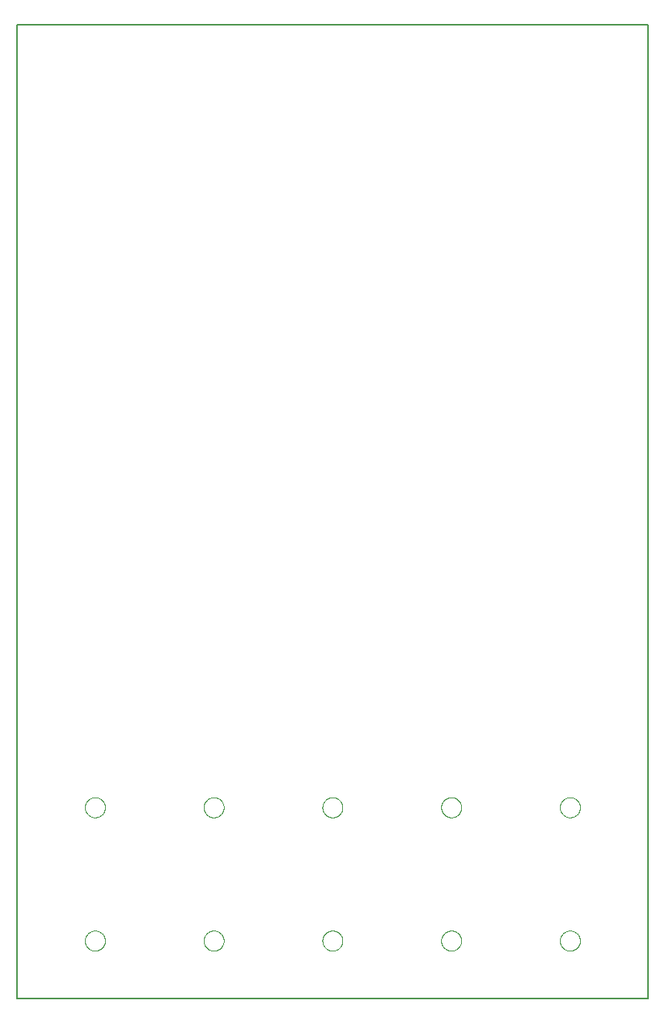
<source format=gbp>
G75*
%MOIN*%
%OFA0B0*%
%FSLAX25Y25*%
%IPPOS*%
%LPD*%
%AMOC8*
5,1,8,0,0,1.08239X$1,22.5*
%
%ADD10C,0.00800*%
%ADD11C,0.00000*%
D10*
X0001400Y0001400D02*
X0001400Y0421400D01*
X0273900Y0421400D01*
X0273900Y0001400D01*
X0001400Y0001400D01*
D11*
X0030819Y0026400D02*
X0030821Y0026531D01*
X0030827Y0026663D01*
X0030837Y0026794D01*
X0030851Y0026925D01*
X0030869Y0027055D01*
X0030891Y0027184D01*
X0030916Y0027313D01*
X0030946Y0027441D01*
X0030980Y0027568D01*
X0031017Y0027695D01*
X0031058Y0027819D01*
X0031103Y0027943D01*
X0031152Y0028065D01*
X0031204Y0028186D01*
X0031260Y0028304D01*
X0031320Y0028422D01*
X0031383Y0028537D01*
X0031450Y0028650D01*
X0031520Y0028762D01*
X0031593Y0028871D01*
X0031669Y0028977D01*
X0031749Y0029082D01*
X0031832Y0029184D01*
X0031918Y0029283D01*
X0032007Y0029380D01*
X0032099Y0029474D01*
X0032194Y0029565D01*
X0032291Y0029654D01*
X0032391Y0029739D01*
X0032494Y0029821D01*
X0032599Y0029900D01*
X0032706Y0029976D01*
X0032816Y0030048D01*
X0032928Y0030117D01*
X0033042Y0030183D01*
X0033157Y0030245D01*
X0033275Y0030304D01*
X0033394Y0030359D01*
X0033515Y0030411D01*
X0033638Y0030458D01*
X0033762Y0030502D01*
X0033887Y0030543D01*
X0034013Y0030579D01*
X0034141Y0030612D01*
X0034269Y0030640D01*
X0034398Y0030665D01*
X0034528Y0030686D01*
X0034658Y0030703D01*
X0034789Y0030716D01*
X0034920Y0030725D01*
X0035051Y0030730D01*
X0035183Y0030731D01*
X0035314Y0030728D01*
X0035446Y0030721D01*
X0035577Y0030710D01*
X0035707Y0030695D01*
X0035837Y0030676D01*
X0035967Y0030653D01*
X0036095Y0030627D01*
X0036223Y0030596D01*
X0036350Y0030561D01*
X0036476Y0030523D01*
X0036600Y0030481D01*
X0036724Y0030435D01*
X0036845Y0030385D01*
X0036965Y0030332D01*
X0037084Y0030275D01*
X0037201Y0030215D01*
X0037315Y0030151D01*
X0037428Y0030083D01*
X0037539Y0030012D01*
X0037648Y0029938D01*
X0037754Y0029861D01*
X0037858Y0029780D01*
X0037959Y0029697D01*
X0038058Y0029610D01*
X0038154Y0029520D01*
X0038247Y0029427D01*
X0038338Y0029332D01*
X0038425Y0029234D01*
X0038510Y0029133D01*
X0038591Y0029030D01*
X0038669Y0028924D01*
X0038744Y0028816D01*
X0038816Y0028706D01*
X0038884Y0028594D01*
X0038949Y0028480D01*
X0039010Y0028363D01*
X0039068Y0028245D01*
X0039122Y0028125D01*
X0039173Y0028004D01*
X0039220Y0027881D01*
X0039263Y0027757D01*
X0039302Y0027632D01*
X0039338Y0027505D01*
X0039369Y0027377D01*
X0039397Y0027249D01*
X0039421Y0027120D01*
X0039441Y0026990D01*
X0039457Y0026859D01*
X0039469Y0026728D01*
X0039477Y0026597D01*
X0039481Y0026466D01*
X0039481Y0026334D01*
X0039477Y0026203D01*
X0039469Y0026072D01*
X0039457Y0025941D01*
X0039441Y0025810D01*
X0039421Y0025680D01*
X0039397Y0025551D01*
X0039369Y0025423D01*
X0039338Y0025295D01*
X0039302Y0025168D01*
X0039263Y0025043D01*
X0039220Y0024919D01*
X0039173Y0024796D01*
X0039122Y0024675D01*
X0039068Y0024555D01*
X0039010Y0024437D01*
X0038949Y0024320D01*
X0038884Y0024206D01*
X0038816Y0024094D01*
X0038744Y0023984D01*
X0038669Y0023876D01*
X0038591Y0023770D01*
X0038510Y0023667D01*
X0038425Y0023566D01*
X0038338Y0023468D01*
X0038247Y0023373D01*
X0038154Y0023280D01*
X0038058Y0023190D01*
X0037959Y0023103D01*
X0037858Y0023020D01*
X0037754Y0022939D01*
X0037648Y0022862D01*
X0037539Y0022788D01*
X0037428Y0022717D01*
X0037316Y0022649D01*
X0037201Y0022585D01*
X0037084Y0022525D01*
X0036965Y0022468D01*
X0036845Y0022415D01*
X0036724Y0022365D01*
X0036600Y0022319D01*
X0036476Y0022277D01*
X0036350Y0022239D01*
X0036223Y0022204D01*
X0036095Y0022173D01*
X0035967Y0022147D01*
X0035837Y0022124D01*
X0035707Y0022105D01*
X0035577Y0022090D01*
X0035446Y0022079D01*
X0035314Y0022072D01*
X0035183Y0022069D01*
X0035051Y0022070D01*
X0034920Y0022075D01*
X0034789Y0022084D01*
X0034658Y0022097D01*
X0034528Y0022114D01*
X0034398Y0022135D01*
X0034269Y0022160D01*
X0034141Y0022188D01*
X0034013Y0022221D01*
X0033887Y0022257D01*
X0033762Y0022298D01*
X0033638Y0022342D01*
X0033515Y0022389D01*
X0033394Y0022441D01*
X0033275Y0022496D01*
X0033157Y0022555D01*
X0033042Y0022617D01*
X0032928Y0022683D01*
X0032816Y0022752D01*
X0032706Y0022824D01*
X0032599Y0022900D01*
X0032494Y0022979D01*
X0032391Y0023061D01*
X0032291Y0023146D01*
X0032194Y0023235D01*
X0032099Y0023326D01*
X0032007Y0023420D01*
X0031918Y0023517D01*
X0031832Y0023616D01*
X0031749Y0023718D01*
X0031669Y0023823D01*
X0031593Y0023929D01*
X0031520Y0024038D01*
X0031450Y0024150D01*
X0031383Y0024263D01*
X0031320Y0024378D01*
X0031260Y0024496D01*
X0031204Y0024614D01*
X0031152Y0024735D01*
X0031103Y0024857D01*
X0031058Y0024981D01*
X0031017Y0025105D01*
X0030980Y0025232D01*
X0030946Y0025359D01*
X0030916Y0025487D01*
X0030891Y0025616D01*
X0030869Y0025745D01*
X0030851Y0025875D01*
X0030837Y0026006D01*
X0030827Y0026137D01*
X0030821Y0026269D01*
X0030819Y0026400D01*
X0030819Y0083900D02*
X0030821Y0084031D01*
X0030827Y0084163D01*
X0030837Y0084294D01*
X0030851Y0084425D01*
X0030869Y0084555D01*
X0030891Y0084684D01*
X0030916Y0084813D01*
X0030946Y0084941D01*
X0030980Y0085068D01*
X0031017Y0085195D01*
X0031058Y0085319D01*
X0031103Y0085443D01*
X0031152Y0085565D01*
X0031204Y0085686D01*
X0031260Y0085804D01*
X0031320Y0085922D01*
X0031383Y0086037D01*
X0031450Y0086150D01*
X0031520Y0086262D01*
X0031593Y0086371D01*
X0031669Y0086477D01*
X0031749Y0086582D01*
X0031832Y0086684D01*
X0031918Y0086783D01*
X0032007Y0086880D01*
X0032099Y0086974D01*
X0032194Y0087065D01*
X0032291Y0087154D01*
X0032391Y0087239D01*
X0032494Y0087321D01*
X0032599Y0087400D01*
X0032706Y0087476D01*
X0032816Y0087548D01*
X0032928Y0087617D01*
X0033042Y0087683D01*
X0033157Y0087745D01*
X0033275Y0087804D01*
X0033394Y0087859D01*
X0033515Y0087911D01*
X0033638Y0087958D01*
X0033762Y0088002D01*
X0033887Y0088043D01*
X0034013Y0088079D01*
X0034141Y0088112D01*
X0034269Y0088140D01*
X0034398Y0088165D01*
X0034528Y0088186D01*
X0034658Y0088203D01*
X0034789Y0088216D01*
X0034920Y0088225D01*
X0035051Y0088230D01*
X0035183Y0088231D01*
X0035314Y0088228D01*
X0035446Y0088221D01*
X0035577Y0088210D01*
X0035707Y0088195D01*
X0035837Y0088176D01*
X0035967Y0088153D01*
X0036095Y0088127D01*
X0036223Y0088096D01*
X0036350Y0088061D01*
X0036476Y0088023D01*
X0036600Y0087981D01*
X0036724Y0087935D01*
X0036845Y0087885D01*
X0036965Y0087832D01*
X0037084Y0087775D01*
X0037201Y0087715D01*
X0037315Y0087651D01*
X0037428Y0087583D01*
X0037539Y0087512D01*
X0037648Y0087438D01*
X0037754Y0087361D01*
X0037858Y0087280D01*
X0037959Y0087197D01*
X0038058Y0087110D01*
X0038154Y0087020D01*
X0038247Y0086927D01*
X0038338Y0086832D01*
X0038425Y0086734D01*
X0038510Y0086633D01*
X0038591Y0086530D01*
X0038669Y0086424D01*
X0038744Y0086316D01*
X0038816Y0086206D01*
X0038884Y0086094D01*
X0038949Y0085980D01*
X0039010Y0085863D01*
X0039068Y0085745D01*
X0039122Y0085625D01*
X0039173Y0085504D01*
X0039220Y0085381D01*
X0039263Y0085257D01*
X0039302Y0085132D01*
X0039338Y0085005D01*
X0039369Y0084877D01*
X0039397Y0084749D01*
X0039421Y0084620D01*
X0039441Y0084490D01*
X0039457Y0084359D01*
X0039469Y0084228D01*
X0039477Y0084097D01*
X0039481Y0083966D01*
X0039481Y0083834D01*
X0039477Y0083703D01*
X0039469Y0083572D01*
X0039457Y0083441D01*
X0039441Y0083310D01*
X0039421Y0083180D01*
X0039397Y0083051D01*
X0039369Y0082923D01*
X0039338Y0082795D01*
X0039302Y0082668D01*
X0039263Y0082543D01*
X0039220Y0082419D01*
X0039173Y0082296D01*
X0039122Y0082175D01*
X0039068Y0082055D01*
X0039010Y0081937D01*
X0038949Y0081820D01*
X0038884Y0081706D01*
X0038816Y0081594D01*
X0038744Y0081484D01*
X0038669Y0081376D01*
X0038591Y0081270D01*
X0038510Y0081167D01*
X0038425Y0081066D01*
X0038338Y0080968D01*
X0038247Y0080873D01*
X0038154Y0080780D01*
X0038058Y0080690D01*
X0037959Y0080603D01*
X0037858Y0080520D01*
X0037754Y0080439D01*
X0037648Y0080362D01*
X0037539Y0080288D01*
X0037428Y0080217D01*
X0037316Y0080149D01*
X0037201Y0080085D01*
X0037084Y0080025D01*
X0036965Y0079968D01*
X0036845Y0079915D01*
X0036724Y0079865D01*
X0036600Y0079819D01*
X0036476Y0079777D01*
X0036350Y0079739D01*
X0036223Y0079704D01*
X0036095Y0079673D01*
X0035967Y0079647D01*
X0035837Y0079624D01*
X0035707Y0079605D01*
X0035577Y0079590D01*
X0035446Y0079579D01*
X0035314Y0079572D01*
X0035183Y0079569D01*
X0035051Y0079570D01*
X0034920Y0079575D01*
X0034789Y0079584D01*
X0034658Y0079597D01*
X0034528Y0079614D01*
X0034398Y0079635D01*
X0034269Y0079660D01*
X0034141Y0079688D01*
X0034013Y0079721D01*
X0033887Y0079757D01*
X0033762Y0079798D01*
X0033638Y0079842D01*
X0033515Y0079889D01*
X0033394Y0079941D01*
X0033275Y0079996D01*
X0033157Y0080055D01*
X0033042Y0080117D01*
X0032928Y0080183D01*
X0032816Y0080252D01*
X0032706Y0080324D01*
X0032599Y0080400D01*
X0032494Y0080479D01*
X0032391Y0080561D01*
X0032291Y0080646D01*
X0032194Y0080735D01*
X0032099Y0080826D01*
X0032007Y0080920D01*
X0031918Y0081017D01*
X0031832Y0081116D01*
X0031749Y0081218D01*
X0031669Y0081323D01*
X0031593Y0081429D01*
X0031520Y0081538D01*
X0031450Y0081650D01*
X0031383Y0081763D01*
X0031320Y0081878D01*
X0031260Y0081996D01*
X0031204Y0082114D01*
X0031152Y0082235D01*
X0031103Y0082357D01*
X0031058Y0082481D01*
X0031017Y0082605D01*
X0030980Y0082732D01*
X0030946Y0082859D01*
X0030916Y0082987D01*
X0030891Y0083116D01*
X0030869Y0083245D01*
X0030851Y0083375D01*
X0030837Y0083506D01*
X0030827Y0083637D01*
X0030821Y0083769D01*
X0030819Y0083900D01*
X0082069Y0083900D02*
X0082071Y0084031D01*
X0082077Y0084163D01*
X0082087Y0084294D01*
X0082101Y0084425D01*
X0082119Y0084555D01*
X0082141Y0084684D01*
X0082166Y0084813D01*
X0082196Y0084941D01*
X0082230Y0085068D01*
X0082267Y0085195D01*
X0082308Y0085319D01*
X0082353Y0085443D01*
X0082402Y0085565D01*
X0082454Y0085686D01*
X0082510Y0085804D01*
X0082570Y0085922D01*
X0082633Y0086037D01*
X0082700Y0086150D01*
X0082770Y0086262D01*
X0082843Y0086371D01*
X0082919Y0086477D01*
X0082999Y0086582D01*
X0083082Y0086684D01*
X0083168Y0086783D01*
X0083257Y0086880D01*
X0083349Y0086974D01*
X0083444Y0087065D01*
X0083541Y0087154D01*
X0083641Y0087239D01*
X0083744Y0087321D01*
X0083849Y0087400D01*
X0083956Y0087476D01*
X0084066Y0087548D01*
X0084178Y0087617D01*
X0084292Y0087683D01*
X0084407Y0087745D01*
X0084525Y0087804D01*
X0084644Y0087859D01*
X0084765Y0087911D01*
X0084888Y0087958D01*
X0085012Y0088002D01*
X0085137Y0088043D01*
X0085263Y0088079D01*
X0085391Y0088112D01*
X0085519Y0088140D01*
X0085648Y0088165D01*
X0085778Y0088186D01*
X0085908Y0088203D01*
X0086039Y0088216D01*
X0086170Y0088225D01*
X0086301Y0088230D01*
X0086433Y0088231D01*
X0086564Y0088228D01*
X0086696Y0088221D01*
X0086827Y0088210D01*
X0086957Y0088195D01*
X0087087Y0088176D01*
X0087217Y0088153D01*
X0087345Y0088127D01*
X0087473Y0088096D01*
X0087600Y0088061D01*
X0087726Y0088023D01*
X0087850Y0087981D01*
X0087974Y0087935D01*
X0088095Y0087885D01*
X0088215Y0087832D01*
X0088334Y0087775D01*
X0088451Y0087715D01*
X0088565Y0087651D01*
X0088678Y0087583D01*
X0088789Y0087512D01*
X0088898Y0087438D01*
X0089004Y0087361D01*
X0089108Y0087280D01*
X0089209Y0087197D01*
X0089308Y0087110D01*
X0089404Y0087020D01*
X0089497Y0086927D01*
X0089588Y0086832D01*
X0089675Y0086734D01*
X0089760Y0086633D01*
X0089841Y0086530D01*
X0089919Y0086424D01*
X0089994Y0086316D01*
X0090066Y0086206D01*
X0090134Y0086094D01*
X0090199Y0085980D01*
X0090260Y0085863D01*
X0090318Y0085745D01*
X0090372Y0085625D01*
X0090423Y0085504D01*
X0090470Y0085381D01*
X0090513Y0085257D01*
X0090552Y0085132D01*
X0090588Y0085005D01*
X0090619Y0084877D01*
X0090647Y0084749D01*
X0090671Y0084620D01*
X0090691Y0084490D01*
X0090707Y0084359D01*
X0090719Y0084228D01*
X0090727Y0084097D01*
X0090731Y0083966D01*
X0090731Y0083834D01*
X0090727Y0083703D01*
X0090719Y0083572D01*
X0090707Y0083441D01*
X0090691Y0083310D01*
X0090671Y0083180D01*
X0090647Y0083051D01*
X0090619Y0082923D01*
X0090588Y0082795D01*
X0090552Y0082668D01*
X0090513Y0082543D01*
X0090470Y0082419D01*
X0090423Y0082296D01*
X0090372Y0082175D01*
X0090318Y0082055D01*
X0090260Y0081937D01*
X0090199Y0081820D01*
X0090134Y0081706D01*
X0090066Y0081594D01*
X0089994Y0081484D01*
X0089919Y0081376D01*
X0089841Y0081270D01*
X0089760Y0081167D01*
X0089675Y0081066D01*
X0089588Y0080968D01*
X0089497Y0080873D01*
X0089404Y0080780D01*
X0089308Y0080690D01*
X0089209Y0080603D01*
X0089108Y0080520D01*
X0089004Y0080439D01*
X0088898Y0080362D01*
X0088789Y0080288D01*
X0088678Y0080217D01*
X0088566Y0080149D01*
X0088451Y0080085D01*
X0088334Y0080025D01*
X0088215Y0079968D01*
X0088095Y0079915D01*
X0087974Y0079865D01*
X0087850Y0079819D01*
X0087726Y0079777D01*
X0087600Y0079739D01*
X0087473Y0079704D01*
X0087345Y0079673D01*
X0087217Y0079647D01*
X0087087Y0079624D01*
X0086957Y0079605D01*
X0086827Y0079590D01*
X0086696Y0079579D01*
X0086564Y0079572D01*
X0086433Y0079569D01*
X0086301Y0079570D01*
X0086170Y0079575D01*
X0086039Y0079584D01*
X0085908Y0079597D01*
X0085778Y0079614D01*
X0085648Y0079635D01*
X0085519Y0079660D01*
X0085391Y0079688D01*
X0085263Y0079721D01*
X0085137Y0079757D01*
X0085012Y0079798D01*
X0084888Y0079842D01*
X0084765Y0079889D01*
X0084644Y0079941D01*
X0084525Y0079996D01*
X0084407Y0080055D01*
X0084292Y0080117D01*
X0084178Y0080183D01*
X0084066Y0080252D01*
X0083956Y0080324D01*
X0083849Y0080400D01*
X0083744Y0080479D01*
X0083641Y0080561D01*
X0083541Y0080646D01*
X0083444Y0080735D01*
X0083349Y0080826D01*
X0083257Y0080920D01*
X0083168Y0081017D01*
X0083082Y0081116D01*
X0082999Y0081218D01*
X0082919Y0081323D01*
X0082843Y0081429D01*
X0082770Y0081538D01*
X0082700Y0081650D01*
X0082633Y0081763D01*
X0082570Y0081878D01*
X0082510Y0081996D01*
X0082454Y0082114D01*
X0082402Y0082235D01*
X0082353Y0082357D01*
X0082308Y0082481D01*
X0082267Y0082605D01*
X0082230Y0082732D01*
X0082196Y0082859D01*
X0082166Y0082987D01*
X0082141Y0083116D01*
X0082119Y0083245D01*
X0082101Y0083375D01*
X0082087Y0083506D01*
X0082077Y0083637D01*
X0082071Y0083769D01*
X0082069Y0083900D01*
X0082069Y0026400D02*
X0082071Y0026531D01*
X0082077Y0026663D01*
X0082087Y0026794D01*
X0082101Y0026925D01*
X0082119Y0027055D01*
X0082141Y0027184D01*
X0082166Y0027313D01*
X0082196Y0027441D01*
X0082230Y0027568D01*
X0082267Y0027695D01*
X0082308Y0027819D01*
X0082353Y0027943D01*
X0082402Y0028065D01*
X0082454Y0028186D01*
X0082510Y0028304D01*
X0082570Y0028422D01*
X0082633Y0028537D01*
X0082700Y0028650D01*
X0082770Y0028762D01*
X0082843Y0028871D01*
X0082919Y0028977D01*
X0082999Y0029082D01*
X0083082Y0029184D01*
X0083168Y0029283D01*
X0083257Y0029380D01*
X0083349Y0029474D01*
X0083444Y0029565D01*
X0083541Y0029654D01*
X0083641Y0029739D01*
X0083744Y0029821D01*
X0083849Y0029900D01*
X0083956Y0029976D01*
X0084066Y0030048D01*
X0084178Y0030117D01*
X0084292Y0030183D01*
X0084407Y0030245D01*
X0084525Y0030304D01*
X0084644Y0030359D01*
X0084765Y0030411D01*
X0084888Y0030458D01*
X0085012Y0030502D01*
X0085137Y0030543D01*
X0085263Y0030579D01*
X0085391Y0030612D01*
X0085519Y0030640D01*
X0085648Y0030665D01*
X0085778Y0030686D01*
X0085908Y0030703D01*
X0086039Y0030716D01*
X0086170Y0030725D01*
X0086301Y0030730D01*
X0086433Y0030731D01*
X0086564Y0030728D01*
X0086696Y0030721D01*
X0086827Y0030710D01*
X0086957Y0030695D01*
X0087087Y0030676D01*
X0087217Y0030653D01*
X0087345Y0030627D01*
X0087473Y0030596D01*
X0087600Y0030561D01*
X0087726Y0030523D01*
X0087850Y0030481D01*
X0087974Y0030435D01*
X0088095Y0030385D01*
X0088215Y0030332D01*
X0088334Y0030275D01*
X0088451Y0030215D01*
X0088565Y0030151D01*
X0088678Y0030083D01*
X0088789Y0030012D01*
X0088898Y0029938D01*
X0089004Y0029861D01*
X0089108Y0029780D01*
X0089209Y0029697D01*
X0089308Y0029610D01*
X0089404Y0029520D01*
X0089497Y0029427D01*
X0089588Y0029332D01*
X0089675Y0029234D01*
X0089760Y0029133D01*
X0089841Y0029030D01*
X0089919Y0028924D01*
X0089994Y0028816D01*
X0090066Y0028706D01*
X0090134Y0028594D01*
X0090199Y0028480D01*
X0090260Y0028363D01*
X0090318Y0028245D01*
X0090372Y0028125D01*
X0090423Y0028004D01*
X0090470Y0027881D01*
X0090513Y0027757D01*
X0090552Y0027632D01*
X0090588Y0027505D01*
X0090619Y0027377D01*
X0090647Y0027249D01*
X0090671Y0027120D01*
X0090691Y0026990D01*
X0090707Y0026859D01*
X0090719Y0026728D01*
X0090727Y0026597D01*
X0090731Y0026466D01*
X0090731Y0026334D01*
X0090727Y0026203D01*
X0090719Y0026072D01*
X0090707Y0025941D01*
X0090691Y0025810D01*
X0090671Y0025680D01*
X0090647Y0025551D01*
X0090619Y0025423D01*
X0090588Y0025295D01*
X0090552Y0025168D01*
X0090513Y0025043D01*
X0090470Y0024919D01*
X0090423Y0024796D01*
X0090372Y0024675D01*
X0090318Y0024555D01*
X0090260Y0024437D01*
X0090199Y0024320D01*
X0090134Y0024206D01*
X0090066Y0024094D01*
X0089994Y0023984D01*
X0089919Y0023876D01*
X0089841Y0023770D01*
X0089760Y0023667D01*
X0089675Y0023566D01*
X0089588Y0023468D01*
X0089497Y0023373D01*
X0089404Y0023280D01*
X0089308Y0023190D01*
X0089209Y0023103D01*
X0089108Y0023020D01*
X0089004Y0022939D01*
X0088898Y0022862D01*
X0088789Y0022788D01*
X0088678Y0022717D01*
X0088566Y0022649D01*
X0088451Y0022585D01*
X0088334Y0022525D01*
X0088215Y0022468D01*
X0088095Y0022415D01*
X0087974Y0022365D01*
X0087850Y0022319D01*
X0087726Y0022277D01*
X0087600Y0022239D01*
X0087473Y0022204D01*
X0087345Y0022173D01*
X0087217Y0022147D01*
X0087087Y0022124D01*
X0086957Y0022105D01*
X0086827Y0022090D01*
X0086696Y0022079D01*
X0086564Y0022072D01*
X0086433Y0022069D01*
X0086301Y0022070D01*
X0086170Y0022075D01*
X0086039Y0022084D01*
X0085908Y0022097D01*
X0085778Y0022114D01*
X0085648Y0022135D01*
X0085519Y0022160D01*
X0085391Y0022188D01*
X0085263Y0022221D01*
X0085137Y0022257D01*
X0085012Y0022298D01*
X0084888Y0022342D01*
X0084765Y0022389D01*
X0084644Y0022441D01*
X0084525Y0022496D01*
X0084407Y0022555D01*
X0084292Y0022617D01*
X0084178Y0022683D01*
X0084066Y0022752D01*
X0083956Y0022824D01*
X0083849Y0022900D01*
X0083744Y0022979D01*
X0083641Y0023061D01*
X0083541Y0023146D01*
X0083444Y0023235D01*
X0083349Y0023326D01*
X0083257Y0023420D01*
X0083168Y0023517D01*
X0083082Y0023616D01*
X0082999Y0023718D01*
X0082919Y0023823D01*
X0082843Y0023929D01*
X0082770Y0024038D01*
X0082700Y0024150D01*
X0082633Y0024263D01*
X0082570Y0024378D01*
X0082510Y0024496D01*
X0082454Y0024614D01*
X0082402Y0024735D01*
X0082353Y0024857D01*
X0082308Y0024981D01*
X0082267Y0025105D01*
X0082230Y0025232D01*
X0082196Y0025359D01*
X0082166Y0025487D01*
X0082141Y0025616D01*
X0082119Y0025745D01*
X0082101Y0025875D01*
X0082087Y0026006D01*
X0082077Y0026137D01*
X0082071Y0026269D01*
X0082069Y0026400D01*
X0133319Y0026400D02*
X0133321Y0026531D01*
X0133327Y0026663D01*
X0133337Y0026794D01*
X0133351Y0026925D01*
X0133369Y0027055D01*
X0133391Y0027184D01*
X0133416Y0027313D01*
X0133446Y0027441D01*
X0133480Y0027568D01*
X0133517Y0027695D01*
X0133558Y0027819D01*
X0133603Y0027943D01*
X0133652Y0028065D01*
X0133704Y0028186D01*
X0133760Y0028304D01*
X0133820Y0028422D01*
X0133883Y0028537D01*
X0133950Y0028650D01*
X0134020Y0028762D01*
X0134093Y0028871D01*
X0134169Y0028977D01*
X0134249Y0029082D01*
X0134332Y0029184D01*
X0134418Y0029283D01*
X0134507Y0029380D01*
X0134599Y0029474D01*
X0134694Y0029565D01*
X0134791Y0029654D01*
X0134891Y0029739D01*
X0134994Y0029821D01*
X0135099Y0029900D01*
X0135206Y0029976D01*
X0135316Y0030048D01*
X0135428Y0030117D01*
X0135542Y0030183D01*
X0135657Y0030245D01*
X0135775Y0030304D01*
X0135894Y0030359D01*
X0136015Y0030411D01*
X0136138Y0030458D01*
X0136262Y0030502D01*
X0136387Y0030543D01*
X0136513Y0030579D01*
X0136641Y0030612D01*
X0136769Y0030640D01*
X0136898Y0030665D01*
X0137028Y0030686D01*
X0137158Y0030703D01*
X0137289Y0030716D01*
X0137420Y0030725D01*
X0137551Y0030730D01*
X0137683Y0030731D01*
X0137814Y0030728D01*
X0137946Y0030721D01*
X0138077Y0030710D01*
X0138207Y0030695D01*
X0138337Y0030676D01*
X0138467Y0030653D01*
X0138595Y0030627D01*
X0138723Y0030596D01*
X0138850Y0030561D01*
X0138976Y0030523D01*
X0139100Y0030481D01*
X0139224Y0030435D01*
X0139345Y0030385D01*
X0139465Y0030332D01*
X0139584Y0030275D01*
X0139701Y0030215D01*
X0139815Y0030151D01*
X0139928Y0030083D01*
X0140039Y0030012D01*
X0140148Y0029938D01*
X0140254Y0029861D01*
X0140358Y0029780D01*
X0140459Y0029697D01*
X0140558Y0029610D01*
X0140654Y0029520D01*
X0140747Y0029427D01*
X0140838Y0029332D01*
X0140925Y0029234D01*
X0141010Y0029133D01*
X0141091Y0029030D01*
X0141169Y0028924D01*
X0141244Y0028816D01*
X0141316Y0028706D01*
X0141384Y0028594D01*
X0141449Y0028480D01*
X0141510Y0028363D01*
X0141568Y0028245D01*
X0141622Y0028125D01*
X0141673Y0028004D01*
X0141720Y0027881D01*
X0141763Y0027757D01*
X0141802Y0027632D01*
X0141838Y0027505D01*
X0141869Y0027377D01*
X0141897Y0027249D01*
X0141921Y0027120D01*
X0141941Y0026990D01*
X0141957Y0026859D01*
X0141969Y0026728D01*
X0141977Y0026597D01*
X0141981Y0026466D01*
X0141981Y0026334D01*
X0141977Y0026203D01*
X0141969Y0026072D01*
X0141957Y0025941D01*
X0141941Y0025810D01*
X0141921Y0025680D01*
X0141897Y0025551D01*
X0141869Y0025423D01*
X0141838Y0025295D01*
X0141802Y0025168D01*
X0141763Y0025043D01*
X0141720Y0024919D01*
X0141673Y0024796D01*
X0141622Y0024675D01*
X0141568Y0024555D01*
X0141510Y0024437D01*
X0141449Y0024320D01*
X0141384Y0024206D01*
X0141316Y0024094D01*
X0141244Y0023984D01*
X0141169Y0023876D01*
X0141091Y0023770D01*
X0141010Y0023667D01*
X0140925Y0023566D01*
X0140838Y0023468D01*
X0140747Y0023373D01*
X0140654Y0023280D01*
X0140558Y0023190D01*
X0140459Y0023103D01*
X0140358Y0023020D01*
X0140254Y0022939D01*
X0140148Y0022862D01*
X0140039Y0022788D01*
X0139928Y0022717D01*
X0139816Y0022649D01*
X0139701Y0022585D01*
X0139584Y0022525D01*
X0139465Y0022468D01*
X0139345Y0022415D01*
X0139224Y0022365D01*
X0139100Y0022319D01*
X0138976Y0022277D01*
X0138850Y0022239D01*
X0138723Y0022204D01*
X0138595Y0022173D01*
X0138467Y0022147D01*
X0138337Y0022124D01*
X0138207Y0022105D01*
X0138077Y0022090D01*
X0137946Y0022079D01*
X0137814Y0022072D01*
X0137683Y0022069D01*
X0137551Y0022070D01*
X0137420Y0022075D01*
X0137289Y0022084D01*
X0137158Y0022097D01*
X0137028Y0022114D01*
X0136898Y0022135D01*
X0136769Y0022160D01*
X0136641Y0022188D01*
X0136513Y0022221D01*
X0136387Y0022257D01*
X0136262Y0022298D01*
X0136138Y0022342D01*
X0136015Y0022389D01*
X0135894Y0022441D01*
X0135775Y0022496D01*
X0135657Y0022555D01*
X0135542Y0022617D01*
X0135428Y0022683D01*
X0135316Y0022752D01*
X0135206Y0022824D01*
X0135099Y0022900D01*
X0134994Y0022979D01*
X0134891Y0023061D01*
X0134791Y0023146D01*
X0134694Y0023235D01*
X0134599Y0023326D01*
X0134507Y0023420D01*
X0134418Y0023517D01*
X0134332Y0023616D01*
X0134249Y0023718D01*
X0134169Y0023823D01*
X0134093Y0023929D01*
X0134020Y0024038D01*
X0133950Y0024150D01*
X0133883Y0024263D01*
X0133820Y0024378D01*
X0133760Y0024496D01*
X0133704Y0024614D01*
X0133652Y0024735D01*
X0133603Y0024857D01*
X0133558Y0024981D01*
X0133517Y0025105D01*
X0133480Y0025232D01*
X0133446Y0025359D01*
X0133416Y0025487D01*
X0133391Y0025616D01*
X0133369Y0025745D01*
X0133351Y0025875D01*
X0133337Y0026006D01*
X0133327Y0026137D01*
X0133321Y0026269D01*
X0133319Y0026400D01*
X0133319Y0083900D02*
X0133321Y0084031D01*
X0133327Y0084163D01*
X0133337Y0084294D01*
X0133351Y0084425D01*
X0133369Y0084555D01*
X0133391Y0084684D01*
X0133416Y0084813D01*
X0133446Y0084941D01*
X0133480Y0085068D01*
X0133517Y0085195D01*
X0133558Y0085319D01*
X0133603Y0085443D01*
X0133652Y0085565D01*
X0133704Y0085686D01*
X0133760Y0085804D01*
X0133820Y0085922D01*
X0133883Y0086037D01*
X0133950Y0086150D01*
X0134020Y0086262D01*
X0134093Y0086371D01*
X0134169Y0086477D01*
X0134249Y0086582D01*
X0134332Y0086684D01*
X0134418Y0086783D01*
X0134507Y0086880D01*
X0134599Y0086974D01*
X0134694Y0087065D01*
X0134791Y0087154D01*
X0134891Y0087239D01*
X0134994Y0087321D01*
X0135099Y0087400D01*
X0135206Y0087476D01*
X0135316Y0087548D01*
X0135428Y0087617D01*
X0135542Y0087683D01*
X0135657Y0087745D01*
X0135775Y0087804D01*
X0135894Y0087859D01*
X0136015Y0087911D01*
X0136138Y0087958D01*
X0136262Y0088002D01*
X0136387Y0088043D01*
X0136513Y0088079D01*
X0136641Y0088112D01*
X0136769Y0088140D01*
X0136898Y0088165D01*
X0137028Y0088186D01*
X0137158Y0088203D01*
X0137289Y0088216D01*
X0137420Y0088225D01*
X0137551Y0088230D01*
X0137683Y0088231D01*
X0137814Y0088228D01*
X0137946Y0088221D01*
X0138077Y0088210D01*
X0138207Y0088195D01*
X0138337Y0088176D01*
X0138467Y0088153D01*
X0138595Y0088127D01*
X0138723Y0088096D01*
X0138850Y0088061D01*
X0138976Y0088023D01*
X0139100Y0087981D01*
X0139224Y0087935D01*
X0139345Y0087885D01*
X0139465Y0087832D01*
X0139584Y0087775D01*
X0139701Y0087715D01*
X0139815Y0087651D01*
X0139928Y0087583D01*
X0140039Y0087512D01*
X0140148Y0087438D01*
X0140254Y0087361D01*
X0140358Y0087280D01*
X0140459Y0087197D01*
X0140558Y0087110D01*
X0140654Y0087020D01*
X0140747Y0086927D01*
X0140838Y0086832D01*
X0140925Y0086734D01*
X0141010Y0086633D01*
X0141091Y0086530D01*
X0141169Y0086424D01*
X0141244Y0086316D01*
X0141316Y0086206D01*
X0141384Y0086094D01*
X0141449Y0085980D01*
X0141510Y0085863D01*
X0141568Y0085745D01*
X0141622Y0085625D01*
X0141673Y0085504D01*
X0141720Y0085381D01*
X0141763Y0085257D01*
X0141802Y0085132D01*
X0141838Y0085005D01*
X0141869Y0084877D01*
X0141897Y0084749D01*
X0141921Y0084620D01*
X0141941Y0084490D01*
X0141957Y0084359D01*
X0141969Y0084228D01*
X0141977Y0084097D01*
X0141981Y0083966D01*
X0141981Y0083834D01*
X0141977Y0083703D01*
X0141969Y0083572D01*
X0141957Y0083441D01*
X0141941Y0083310D01*
X0141921Y0083180D01*
X0141897Y0083051D01*
X0141869Y0082923D01*
X0141838Y0082795D01*
X0141802Y0082668D01*
X0141763Y0082543D01*
X0141720Y0082419D01*
X0141673Y0082296D01*
X0141622Y0082175D01*
X0141568Y0082055D01*
X0141510Y0081937D01*
X0141449Y0081820D01*
X0141384Y0081706D01*
X0141316Y0081594D01*
X0141244Y0081484D01*
X0141169Y0081376D01*
X0141091Y0081270D01*
X0141010Y0081167D01*
X0140925Y0081066D01*
X0140838Y0080968D01*
X0140747Y0080873D01*
X0140654Y0080780D01*
X0140558Y0080690D01*
X0140459Y0080603D01*
X0140358Y0080520D01*
X0140254Y0080439D01*
X0140148Y0080362D01*
X0140039Y0080288D01*
X0139928Y0080217D01*
X0139816Y0080149D01*
X0139701Y0080085D01*
X0139584Y0080025D01*
X0139465Y0079968D01*
X0139345Y0079915D01*
X0139224Y0079865D01*
X0139100Y0079819D01*
X0138976Y0079777D01*
X0138850Y0079739D01*
X0138723Y0079704D01*
X0138595Y0079673D01*
X0138467Y0079647D01*
X0138337Y0079624D01*
X0138207Y0079605D01*
X0138077Y0079590D01*
X0137946Y0079579D01*
X0137814Y0079572D01*
X0137683Y0079569D01*
X0137551Y0079570D01*
X0137420Y0079575D01*
X0137289Y0079584D01*
X0137158Y0079597D01*
X0137028Y0079614D01*
X0136898Y0079635D01*
X0136769Y0079660D01*
X0136641Y0079688D01*
X0136513Y0079721D01*
X0136387Y0079757D01*
X0136262Y0079798D01*
X0136138Y0079842D01*
X0136015Y0079889D01*
X0135894Y0079941D01*
X0135775Y0079996D01*
X0135657Y0080055D01*
X0135542Y0080117D01*
X0135428Y0080183D01*
X0135316Y0080252D01*
X0135206Y0080324D01*
X0135099Y0080400D01*
X0134994Y0080479D01*
X0134891Y0080561D01*
X0134791Y0080646D01*
X0134694Y0080735D01*
X0134599Y0080826D01*
X0134507Y0080920D01*
X0134418Y0081017D01*
X0134332Y0081116D01*
X0134249Y0081218D01*
X0134169Y0081323D01*
X0134093Y0081429D01*
X0134020Y0081538D01*
X0133950Y0081650D01*
X0133883Y0081763D01*
X0133820Y0081878D01*
X0133760Y0081996D01*
X0133704Y0082114D01*
X0133652Y0082235D01*
X0133603Y0082357D01*
X0133558Y0082481D01*
X0133517Y0082605D01*
X0133480Y0082732D01*
X0133446Y0082859D01*
X0133416Y0082987D01*
X0133391Y0083116D01*
X0133369Y0083245D01*
X0133351Y0083375D01*
X0133337Y0083506D01*
X0133327Y0083637D01*
X0133321Y0083769D01*
X0133319Y0083900D01*
X0184569Y0083900D02*
X0184571Y0084031D01*
X0184577Y0084163D01*
X0184587Y0084294D01*
X0184601Y0084425D01*
X0184619Y0084555D01*
X0184641Y0084684D01*
X0184666Y0084813D01*
X0184696Y0084941D01*
X0184730Y0085068D01*
X0184767Y0085195D01*
X0184808Y0085319D01*
X0184853Y0085443D01*
X0184902Y0085565D01*
X0184954Y0085686D01*
X0185010Y0085804D01*
X0185070Y0085922D01*
X0185133Y0086037D01*
X0185200Y0086150D01*
X0185270Y0086262D01*
X0185343Y0086371D01*
X0185419Y0086477D01*
X0185499Y0086582D01*
X0185582Y0086684D01*
X0185668Y0086783D01*
X0185757Y0086880D01*
X0185849Y0086974D01*
X0185944Y0087065D01*
X0186041Y0087154D01*
X0186141Y0087239D01*
X0186244Y0087321D01*
X0186349Y0087400D01*
X0186456Y0087476D01*
X0186566Y0087548D01*
X0186678Y0087617D01*
X0186792Y0087683D01*
X0186907Y0087745D01*
X0187025Y0087804D01*
X0187144Y0087859D01*
X0187265Y0087911D01*
X0187388Y0087958D01*
X0187512Y0088002D01*
X0187637Y0088043D01*
X0187763Y0088079D01*
X0187891Y0088112D01*
X0188019Y0088140D01*
X0188148Y0088165D01*
X0188278Y0088186D01*
X0188408Y0088203D01*
X0188539Y0088216D01*
X0188670Y0088225D01*
X0188801Y0088230D01*
X0188933Y0088231D01*
X0189064Y0088228D01*
X0189196Y0088221D01*
X0189327Y0088210D01*
X0189457Y0088195D01*
X0189587Y0088176D01*
X0189717Y0088153D01*
X0189845Y0088127D01*
X0189973Y0088096D01*
X0190100Y0088061D01*
X0190226Y0088023D01*
X0190350Y0087981D01*
X0190474Y0087935D01*
X0190595Y0087885D01*
X0190715Y0087832D01*
X0190834Y0087775D01*
X0190951Y0087715D01*
X0191065Y0087651D01*
X0191178Y0087583D01*
X0191289Y0087512D01*
X0191398Y0087438D01*
X0191504Y0087361D01*
X0191608Y0087280D01*
X0191709Y0087197D01*
X0191808Y0087110D01*
X0191904Y0087020D01*
X0191997Y0086927D01*
X0192088Y0086832D01*
X0192175Y0086734D01*
X0192260Y0086633D01*
X0192341Y0086530D01*
X0192419Y0086424D01*
X0192494Y0086316D01*
X0192566Y0086206D01*
X0192634Y0086094D01*
X0192699Y0085980D01*
X0192760Y0085863D01*
X0192818Y0085745D01*
X0192872Y0085625D01*
X0192923Y0085504D01*
X0192970Y0085381D01*
X0193013Y0085257D01*
X0193052Y0085132D01*
X0193088Y0085005D01*
X0193119Y0084877D01*
X0193147Y0084749D01*
X0193171Y0084620D01*
X0193191Y0084490D01*
X0193207Y0084359D01*
X0193219Y0084228D01*
X0193227Y0084097D01*
X0193231Y0083966D01*
X0193231Y0083834D01*
X0193227Y0083703D01*
X0193219Y0083572D01*
X0193207Y0083441D01*
X0193191Y0083310D01*
X0193171Y0083180D01*
X0193147Y0083051D01*
X0193119Y0082923D01*
X0193088Y0082795D01*
X0193052Y0082668D01*
X0193013Y0082543D01*
X0192970Y0082419D01*
X0192923Y0082296D01*
X0192872Y0082175D01*
X0192818Y0082055D01*
X0192760Y0081937D01*
X0192699Y0081820D01*
X0192634Y0081706D01*
X0192566Y0081594D01*
X0192494Y0081484D01*
X0192419Y0081376D01*
X0192341Y0081270D01*
X0192260Y0081167D01*
X0192175Y0081066D01*
X0192088Y0080968D01*
X0191997Y0080873D01*
X0191904Y0080780D01*
X0191808Y0080690D01*
X0191709Y0080603D01*
X0191608Y0080520D01*
X0191504Y0080439D01*
X0191398Y0080362D01*
X0191289Y0080288D01*
X0191178Y0080217D01*
X0191066Y0080149D01*
X0190951Y0080085D01*
X0190834Y0080025D01*
X0190715Y0079968D01*
X0190595Y0079915D01*
X0190474Y0079865D01*
X0190350Y0079819D01*
X0190226Y0079777D01*
X0190100Y0079739D01*
X0189973Y0079704D01*
X0189845Y0079673D01*
X0189717Y0079647D01*
X0189587Y0079624D01*
X0189457Y0079605D01*
X0189327Y0079590D01*
X0189196Y0079579D01*
X0189064Y0079572D01*
X0188933Y0079569D01*
X0188801Y0079570D01*
X0188670Y0079575D01*
X0188539Y0079584D01*
X0188408Y0079597D01*
X0188278Y0079614D01*
X0188148Y0079635D01*
X0188019Y0079660D01*
X0187891Y0079688D01*
X0187763Y0079721D01*
X0187637Y0079757D01*
X0187512Y0079798D01*
X0187388Y0079842D01*
X0187265Y0079889D01*
X0187144Y0079941D01*
X0187025Y0079996D01*
X0186907Y0080055D01*
X0186792Y0080117D01*
X0186678Y0080183D01*
X0186566Y0080252D01*
X0186456Y0080324D01*
X0186349Y0080400D01*
X0186244Y0080479D01*
X0186141Y0080561D01*
X0186041Y0080646D01*
X0185944Y0080735D01*
X0185849Y0080826D01*
X0185757Y0080920D01*
X0185668Y0081017D01*
X0185582Y0081116D01*
X0185499Y0081218D01*
X0185419Y0081323D01*
X0185343Y0081429D01*
X0185270Y0081538D01*
X0185200Y0081650D01*
X0185133Y0081763D01*
X0185070Y0081878D01*
X0185010Y0081996D01*
X0184954Y0082114D01*
X0184902Y0082235D01*
X0184853Y0082357D01*
X0184808Y0082481D01*
X0184767Y0082605D01*
X0184730Y0082732D01*
X0184696Y0082859D01*
X0184666Y0082987D01*
X0184641Y0083116D01*
X0184619Y0083245D01*
X0184601Y0083375D01*
X0184587Y0083506D01*
X0184577Y0083637D01*
X0184571Y0083769D01*
X0184569Y0083900D01*
X0184569Y0026400D02*
X0184571Y0026531D01*
X0184577Y0026663D01*
X0184587Y0026794D01*
X0184601Y0026925D01*
X0184619Y0027055D01*
X0184641Y0027184D01*
X0184666Y0027313D01*
X0184696Y0027441D01*
X0184730Y0027568D01*
X0184767Y0027695D01*
X0184808Y0027819D01*
X0184853Y0027943D01*
X0184902Y0028065D01*
X0184954Y0028186D01*
X0185010Y0028304D01*
X0185070Y0028422D01*
X0185133Y0028537D01*
X0185200Y0028650D01*
X0185270Y0028762D01*
X0185343Y0028871D01*
X0185419Y0028977D01*
X0185499Y0029082D01*
X0185582Y0029184D01*
X0185668Y0029283D01*
X0185757Y0029380D01*
X0185849Y0029474D01*
X0185944Y0029565D01*
X0186041Y0029654D01*
X0186141Y0029739D01*
X0186244Y0029821D01*
X0186349Y0029900D01*
X0186456Y0029976D01*
X0186566Y0030048D01*
X0186678Y0030117D01*
X0186792Y0030183D01*
X0186907Y0030245D01*
X0187025Y0030304D01*
X0187144Y0030359D01*
X0187265Y0030411D01*
X0187388Y0030458D01*
X0187512Y0030502D01*
X0187637Y0030543D01*
X0187763Y0030579D01*
X0187891Y0030612D01*
X0188019Y0030640D01*
X0188148Y0030665D01*
X0188278Y0030686D01*
X0188408Y0030703D01*
X0188539Y0030716D01*
X0188670Y0030725D01*
X0188801Y0030730D01*
X0188933Y0030731D01*
X0189064Y0030728D01*
X0189196Y0030721D01*
X0189327Y0030710D01*
X0189457Y0030695D01*
X0189587Y0030676D01*
X0189717Y0030653D01*
X0189845Y0030627D01*
X0189973Y0030596D01*
X0190100Y0030561D01*
X0190226Y0030523D01*
X0190350Y0030481D01*
X0190474Y0030435D01*
X0190595Y0030385D01*
X0190715Y0030332D01*
X0190834Y0030275D01*
X0190951Y0030215D01*
X0191065Y0030151D01*
X0191178Y0030083D01*
X0191289Y0030012D01*
X0191398Y0029938D01*
X0191504Y0029861D01*
X0191608Y0029780D01*
X0191709Y0029697D01*
X0191808Y0029610D01*
X0191904Y0029520D01*
X0191997Y0029427D01*
X0192088Y0029332D01*
X0192175Y0029234D01*
X0192260Y0029133D01*
X0192341Y0029030D01*
X0192419Y0028924D01*
X0192494Y0028816D01*
X0192566Y0028706D01*
X0192634Y0028594D01*
X0192699Y0028480D01*
X0192760Y0028363D01*
X0192818Y0028245D01*
X0192872Y0028125D01*
X0192923Y0028004D01*
X0192970Y0027881D01*
X0193013Y0027757D01*
X0193052Y0027632D01*
X0193088Y0027505D01*
X0193119Y0027377D01*
X0193147Y0027249D01*
X0193171Y0027120D01*
X0193191Y0026990D01*
X0193207Y0026859D01*
X0193219Y0026728D01*
X0193227Y0026597D01*
X0193231Y0026466D01*
X0193231Y0026334D01*
X0193227Y0026203D01*
X0193219Y0026072D01*
X0193207Y0025941D01*
X0193191Y0025810D01*
X0193171Y0025680D01*
X0193147Y0025551D01*
X0193119Y0025423D01*
X0193088Y0025295D01*
X0193052Y0025168D01*
X0193013Y0025043D01*
X0192970Y0024919D01*
X0192923Y0024796D01*
X0192872Y0024675D01*
X0192818Y0024555D01*
X0192760Y0024437D01*
X0192699Y0024320D01*
X0192634Y0024206D01*
X0192566Y0024094D01*
X0192494Y0023984D01*
X0192419Y0023876D01*
X0192341Y0023770D01*
X0192260Y0023667D01*
X0192175Y0023566D01*
X0192088Y0023468D01*
X0191997Y0023373D01*
X0191904Y0023280D01*
X0191808Y0023190D01*
X0191709Y0023103D01*
X0191608Y0023020D01*
X0191504Y0022939D01*
X0191398Y0022862D01*
X0191289Y0022788D01*
X0191178Y0022717D01*
X0191066Y0022649D01*
X0190951Y0022585D01*
X0190834Y0022525D01*
X0190715Y0022468D01*
X0190595Y0022415D01*
X0190474Y0022365D01*
X0190350Y0022319D01*
X0190226Y0022277D01*
X0190100Y0022239D01*
X0189973Y0022204D01*
X0189845Y0022173D01*
X0189717Y0022147D01*
X0189587Y0022124D01*
X0189457Y0022105D01*
X0189327Y0022090D01*
X0189196Y0022079D01*
X0189064Y0022072D01*
X0188933Y0022069D01*
X0188801Y0022070D01*
X0188670Y0022075D01*
X0188539Y0022084D01*
X0188408Y0022097D01*
X0188278Y0022114D01*
X0188148Y0022135D01*
X0188019Y0022160D01*
X0187891Y0022188D01*
X0187763Y0022221D01*
X0187637Y0022257D01*
X0187512Y0022298D01*
X0187388Y0022342D01*
X0187265Y0022389D01*
X0187144Y0022441D01*
X0187025Y0022496D01*
X0186907Y0022555D01*
X0186792Y0022617D01*
X0186678Y0022683D01*
X0186566Y0022752D01*
X0186456Y0022824D01*
X0186349Y0022900D01*
X0186244Y0022979D01*
X0186141Y0023061D01*
X0186041Y0023146D01*
X0185944Y0023235D01*
X0185849Y0023326D01*
X0185757Y0023420D01*
X0185668Y0023517D01*
X0185582Y0023616D01*
X0185499Y0023718D01*
X0185419Y0023823D01*
X0185343Y0023929D01*
X0185270Y0024038D01*
X0185200Y0024150D01*
X0185133Y0024263D01*
X0185070Y0024378D01*
X0185010Y0024496D01*
X0184954Y0024614D01*
X0184902Y0024735D01*
X0184853Y0024857D01*
X0184808Y0024981D01*
X0184767Y0025105D01*
X0184730Y0025232D01*
X0184696Y0025359D01*
X0184666Y0025487D01*
X0184641Y0025616D01*
X0184619Y0025745D01*
X0184601Y0025875D01*
X0184587Y0026006D01*
X0184577Y0026137D01*
X0184571Y0026269D01*
X0184569Y0026400D01*
X0235819Y0026400D02*
X0235821Y0026531D01*
X0235827Y0026663D01*
X0235837Y0026794D01*
X0235851Y0026925D01*
X0235869Y0027055D01*
X0235891Y0027184D01*
X0235916Y0027313D01*
X0235946Y0027441D01*
X0235980Y0027568D01*
X0236017Y0027695D01*
X0236058Y0027819D01*
X0236103Y0027943D01*
X0236152Y0028065D01*
X0236204Y0028186D01*
X0236260Y0028304D01*
X0236320Y0028422D01*
X0236383Y0028537D01*
X0236450Y0028650D01*
X0236520Y0028762D01*
X0236593Y0028871D01*
X0236669Y0028977D01*
X0236749Y0029082D01*
X0236832Y0029184D01*
X0236918Y0029283D01*
X0237007Y0029380D01*
X0237099Y0029474D01*
X0237194Y0029565D01*
X0237291Y0029654D01*
X0237391Y0029739D01*
X0237494Y0029821D01*
X0237599Y0029900D01*
X0237706Y0029976D01*
X0237816Y0030048D01*
X0237928Y0030117D01*
X0238042Y0030183D01*
X0238157Y0030245D01*
X0238275Y0030304D01*
X0238394Y0030359D01*
X0238515Y0030411D01*
X0238638Y0030458D01*
X0238762Y0030502D01*
X0238887Y0030543D01*
X0239013Y0030579D01*
X0239141Y0030612D01*
X0239269Y0030640D01*
X0239398Y0030665D01*
X0239528Y0030686D01*
X0239658Y0030703D01*
X0239789Y0030716D01*
X0239920Y0030725D01*
X0240051Y0030730D01*
X0240183Y0030731D01*
X0240314Y0030728D01*
X0240446Y0030721D01*
X0240577Y0030710D01*
X0240707Y0030695D01*
X0240837Y0030676D01*
X0240967Y0030653D01*
X0241095Y0030627D01*
X0241223Y0030596D01*
X0241350Y0030561D01*
X0241476Y0030523D01*
X0241600Y0030481D01*
X0241724Y0030435D01*
X0241845Y0030385D01*
X0241965Y0030332D01*
X0242084Y0030275D01*
X0242201Y0030215D01*
X0242315Y0030151D01*
X0242428Y0030083D01*
X0242539Y0030012D01*
X0242648Y0029938D01*
X0242754Y0029861D01*
X0242858Y0029780D01*
X0242959Y0029697D01*
X0243058Y0029610D01*
X0243154Y0029520D01*
X0243247Y0029427D01*
X0243338Y0029332D01*
X0243425Y0029234D01*
X0243510Y0029133D01*
X0243591Y0029030D01*
X0243669Y0028924D01*
X0243744Y0028816D01*
X0243816Y0028706D01*
X0243884Y0028594D01*
X0243949Y0028480D01*
X0244010Y0028363D01*
X0244068Y0028245D01*
X0244122Y0028125D01*
X0244173Y0028004D01*
X0244220Y0027881D01*
X0244263Y0027757D01*
X0244302Y0027632D01*
X0244338Y0027505D01*
X0244369Y0027377D01*
X0244397Y0027249D01*
X0244421Y0027120D01*
X0244441Y0026990D01*
X0244457Y0026859D01*
X0244469Y0026728D01*
X0244477Y0026597D01*
X0244481Y0026466D01*
X0244481Y0026334D01*
X0244477Y0026203D01*
X0244469Y0026072D01*
X0244457Y0025941D01*
X0244441Y0025810D01*
X0244421Y0025680D01*
X0244397Y0025551D01*
X0244369Y0025423D01*
X0244338Y0025295D01*
X0244302Y0025168D01*
X0244263Y0025043D01*
X0244220Y0024919D01*
X0244173Y0024796D01*
X0244122Y0024675D01*
X0244068Y0024555D01*
X0244010Y0024437D01*
X0243949Y0024320D01*
X0243884Y0024206D01*
X0243816Y0024094D01*
X0243744Y0023984D01*
X0243669Y0023876D01*
X0243591Y0023770D01*
X0243510Y0023667D01*
X0243425Y0023566D01*
X0243338Y0023468D01*
X0243247Y0023373D01*
X0243154Y0023280D01*
X0243058Y0023190D01*
X0242959Y0023103D01*
X0242858Y0023020D01*
X0242754Y0022939D01*
X0242648Y0022862D01*
X0242539Y0022788D01*
X0242428Y0022717D01*
X0242316Y0022649D01*
X0242201Y0022585D01*
X0242084Y0022525D01*
X0241965Y0022468D01*
X0241845Y0022415D01*
X0241724Y0022365D01*
X0241600Y0022319D01*
X0241476Y0022277D01*
X0241350Y0022239D01*
X0241223Y0022204D01*
X0241095Y0022173D01*
X0240967Y0022147D01*
X0240837Y0022124D01*
X0240707Y0022105D01*
X0240577Y0022090D01*
X0240446Y0022079D01*
X0240314Y0022072D01*
X0240183Y0022069D01*
X0240051Y0022070D01*
X0239920Y0022075D01*
X0239789Y0022084D01*
X0239658Y0022097D01*
X0239528Y0022114D01*
X0239398Y0022135D01*
X0239269Y0022160D01*
X0239141Y0022188D01*
X0239013Y0022221D01*
X0238887Y0022257D01*
X0238762Y0022298D01*
X0238638Y0022342D01*
X0238515Y0022389D01*
X0238394Y0022441D01*
X0238275Y0022496D01*
X0238157Y0022555D01*
X0238042Y0022617D01*
X0237928Y0022683D01*
X0237816Y0022752D01*
X0237706Y0022824D01*
X0237599Y0022900D01*
X0237494Y0022979D01*
X0237391Y0023061D01*
X0237291Y0023146D01*
X0237194Y0023235D01*
X0237099Y0023326D01*
X0237007Y0023420D01*
X0236918Y0023517D01*
X0236832Y0023616D01*
X0236749Y0023718D01*
X0236669Y0023823D01*
X0236593Y0023929D01*
X0236520Y0024038D01*
X0236450Y0024150D01*
X0236383Y0024263D01*
X0236320Y0024378D01*
X0236260Y0024496D01*
X0236204Y0024614D01*
X0236152Y0024735D01*
X0236103Y0024857D01*
X0236058Y0024981D01*
X0236017Y0025105D01*
X0235980Y0025232D01*
X0235946Y0025359D01*
X0235916Y0025487D01*
X0235891Y0025616D01*
X0235869Y0025745D01*
X0235851Y0025875D01*
X0235837Y0026006D01*
X0235827Y0026137D01*
X0235821Y0026269D01*
X0235819Y0026400D01*
X0235819Y0083900D02*
X0235821Y0084031D01*
X0235827Y0084163D01*
X0235837Y0084294D01*
X0235851Y0084425D01*
X0235869Y0084555D01*
X0235891Y0084684D01*
X0235916Y0084813D01*
X0235946Y0084941D01*
X0235980Y0085068D01*
X0236017Y0085195D01*
X0236058Y0085319D01*
X0236103Y0085443D01*
X0236152Y0085565D01*
X0236204Y0085686D01*
X0236260Y0085804D01*
X0236320Y0085922D01*
X0236383Y0086037D01*
X0236450Y0086150D01*
X0236520Y0086262D01*
X0236593Y0086371D01*
X0236669Y0086477D01*
X0236749Y0086582D01*
X0236832Y0086684D01*
X0236918Y0086783D01*
X0237007Y0086880D01*
X0237099Y0086974D01*
X0237194Y0087065D01*
X0237291Y0087154D01*
X0237391Y0087239D01*
X0237494Y0087321D01*
X0237599Y0087400D01*
X0237706Y0087476D01*
X0237816Y0087548D01*
X0237928Y0087617D01*
X0238042Y0087683D01*
X0238157Y0087745D01*
X0238275Y0087804D01*
X0238394Y0087859D01*
X0238515Y0087911D01*
X0238638Y0087958D01*
X0238762Y0088002D01*
X0238887Y0088043D01*
X0239013Y0088079D01*
X0239141Y0088112D01*
X0239269Y0088140D01*
X0239398Y0088165D01*
X0239528Y0088186D01*
X0239658Y0088203D01*
X0239789Y0088216D01*
X0239920Y0088225D01*
X0240051Y0088230D01*
X0240183Y0088231D01*
X0240314Y0088228D01*
X0240446Y0088221D01*
X0240577Y0088210D01*
X0240707Y0088195D01*
X0240837Y0088176D01*
X0240967Y0088153D01*
X0241095Y0088127D01*
X0241223Y0088096D01*
X0241350Y0088061D01*
X0241476Y0088023D01*
X0241600Y0087981D01*
X0241724Y0087935D01*
X0241845Y0087885D01*
X0241965Y0087832D01*
X0242084Y0087775D01*
X0242201Y0087715D01*
X0242315Y0087651D01*
X0242428Y0087583D01*
X0242539Y0087512D01*
X0242648Y0087438D01*
X0242754Y0087361D01*
X0242858Y0087280D01*
X0242959Y0087197D01*
X0243058Y0087110D01*
X0243154Y0087020D01*
X0243247Y0086927D01*
X0243338Y0086832D01*
X0243425Y0086734D01*
X0243510Y0086633D01*
X0243591Y0086530D01*
X0243669Y0086424D01*
X0243744Y0086316D01*
X0243816Y0086206D01*
X0243884Y0086094D01*
X0243949Y0085980D01*
X0244010Y0085863D01*
X0244068Y0085745D01*
X0244122Y0085625D01*
X0244173Y0085504D01*
X0244220Y0085381D01*
X0244263Y0085257D01*
X0244302Y0085132D01*
X0244338Y0085005D01*
X0244369Y0084877D01*
X0244397Y0084749D01*
X0244421Y0084620D01*
X0244441Y0084490D01*
X0244457Y0084359D01*
X0244469Y0084228D01*
X0244477Y0084097D01*
X0244481Y0083966D01*
X0244481Y0083834D01*
X0244477Y0083703D01*
X0244469Y0083572D01*
X0244457Y0083441D01*
X0244441Y0083310D01*
X0244421Y0083180D01*
X0244397Y0083051D01*
X0244369Y0082923D01*
X0244338Y0082795D01*
X0244302Y0082668D01*
X0244263Y0082543D01*
X0244220Y0082419D01*
X0244173Y0082296D01*
X0244122Y0082175D01*
X0244068Y0082055D01*
X0244010Y0081937D01*
X0243949Y0081820D01*
X0243884Y0081706D01*
X0243816Y0081594D01*
X0243744Y0081484D01*
X0243669Y0081376D01*
X0243591Y0081270D01*
X0243510Y0081167D01*
X0243425Y0081066D01*
X0243338Y0080968D01*
X0243247Y0080873D01*
X0243154Y0080780D01*
X0243058Y0080690D01*
X0242959Y0080603D01*
X0242858Y0080520D01*
X0242754Y0080439D01*
X0242648Y0080362D01*
X0242539Y0080288D01*
X0242428Y0080217D01*
X0242316Y0080149D01*
X0242201Y0080085D01*
X0242084Y0080025D01*
X0241965Y0079968D01*
X0241845Y0079915D01*
X0241724Y0079865D01*
X0241600Y0079819D01*
X0241476Y0079777D01*
X0241350Y0079739D01*
X0241223Y0079704D01*
X0241095Y0079673D01*
X0240967Y0079647D01*
X0240837Y0079624D01*
X0240707Y0079605D01*
X0240577Y0079590D01*
X0240446Y0079579D01*
X0240314Y0079572D01*
X0240183Y0079569D01*
X0240051Y0079570D01*
X0239920Y0079575D01*
X0239789Y0079584D01*
X0239658Y0079597D01*
X0239528Y0079614D01*
X0239398Y0079635D01*
X0239269Y0079660D01*
X0239141Y0079688D01*
X0239013Y0079721D01*
X0238887Y0079757D01*
X0238762Y0079798D01*
X0238638Y0079842D01*
X0238515Y0079889D01*
X0238394Y0079941D01*
X0238275Y0079996D01*
X0238157Y0080055D01*
X0238042Y0080117D01*
X0237928Y0080183D01*
X0237816Y0080252D01*
X0237706Y0080324D01*
X0237599Y0080400D01*
X0237494Y0080479D01*
X0237391Y0080561D01*
X0237291Y0080646D01*
X0237194Y0080735D01*
X0237099Y0080826D01*
X0237007Y0080920D01*
X0236918Y0081017D01*
X0236832Y0081116D01*
X0236749Y0081218D01*
X0236669Y0081323D01*
X0236593Y0081429D01*
X0236520Y0081538D01*
X0236450Y0081650D01*
X0236383Y0081763D01*
X0236320Y0081878D01*
X0236260Y0081996D01*
X0236204Y0082114D01*
X0236152Y0082235D01*
X0236103Y0082357D01*
X0236058Y0082481D01*
X0236017Y0082605D01*
X0235980Y0082732D01*
X0235946Y0082859D01*
X0235916Y0082987D01*
X0235891Y0083116D01*
X0235869Y0083245D01*
X0235851Y0083375D01*
X0235837Y0083506D01*
X0235827Y0083637D01*
X0235821Y0083769D01*
X0235819Y0083900D01*
M02*

</source>
